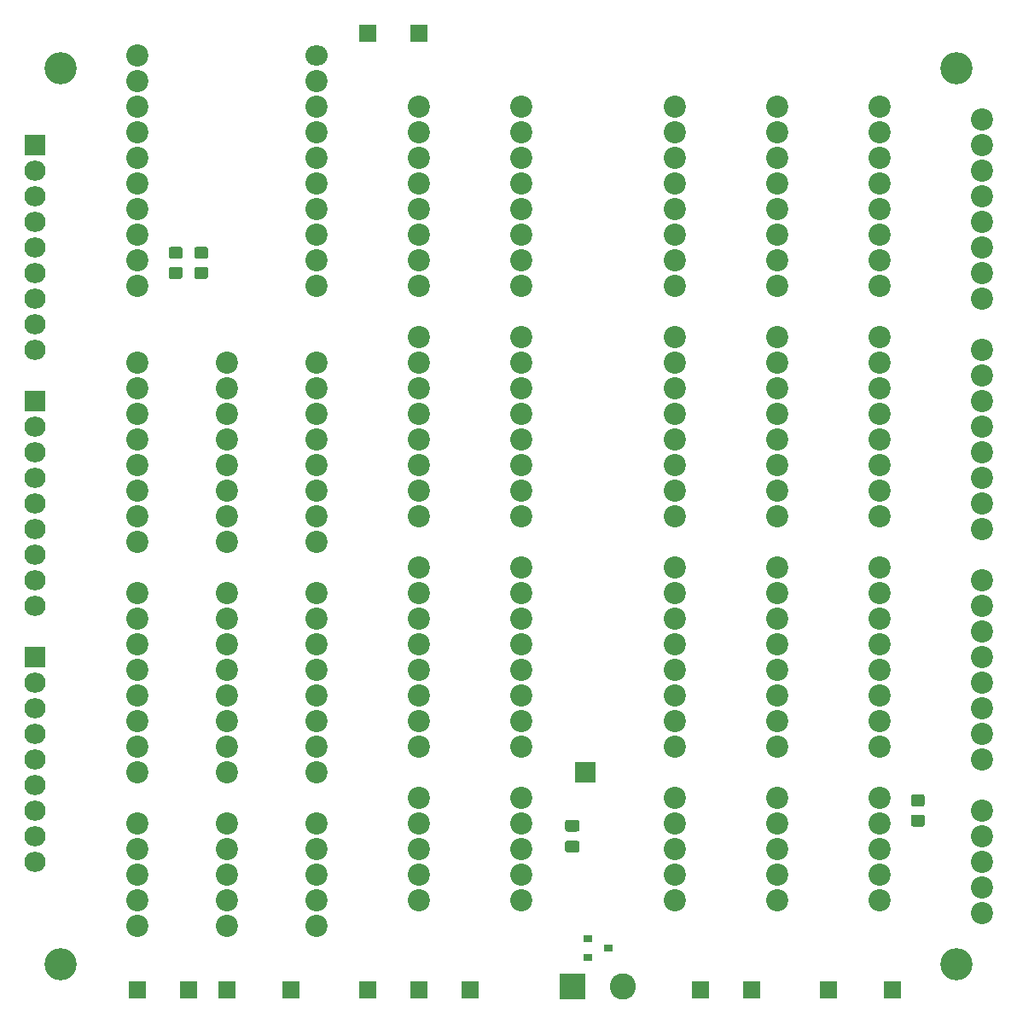
<source format=gbr>
%TF.GenerationSoftware,KiCad,Pcbnew,(5.1.8)-1*%
%TF.CreationDate,2024-07-25T00:43:58+03:00*%
%TF.ProjectId,ALU,414c552e-6b69-4636-9164-5f7063625858,rev?*%
%TF.SameCoordinates,Original*%
%TF.FileFunction,Soldermask,Bot*%
%TF.FilePolarity,Negative*%
%FSLAX46Y46*%
G04 Gerber Fmt 4.6, Leading zero omitted, Abs format (unit mm)*
G04 Created by KiCad (PCBNEW (5.1.8)-1) date 2024-07-25 00:43:58*
%MOMM*%
%LPD*%
G01*
G04 APERTURE LIST*
%ADD10C,2.200000*%
%ADD11R,1.700000X1.700000*%
%ADD12O,2.200000X2.000000*%
%ADD13R,0.900000X0.800000*%
%ADD14C,3.200000*%
%ADD15R,2.600000X2.600000*%
%ADD16C,2.600000*%
%ADD17R,2.100000X2.000000*%
%ADD18O,2.100000X2.000000*%
G04 APERTURE END LIST*
%TO.C,R3*%
G36*
G01*
X103320001Y-92310000D02*
X102419999Y-92310000D01*
G75*
G02*
X102170000Y-92060001I0J249999D01*
G01*
X102170000Y-91359999D01*
G75*
G02*
X102419999Y-91110000I249999J0D01*
G01*
X103320001Y-91110000D01*
G75*
G02*
X103570000Y-91359999I0J-249999D01*
G01*
X103570000Y-92060001D01*
G75*
G02*
X103320001Y-92310000I-249999J0D01*
G01*
G37*
G36*
G01*
X103320001Y-94310000D02*
X102419999Y-94310000D01*
G75*
G02*
X102170000Y-94060001I0J249999D01*
G01*
X102170000Y-93359999D01*
G75*
G02*
X102419999Y-93110000I249999J0D01*
G01*
X103320001Y-93110000D01*
G75*
G02*
X103570000Y-93359999I0J-249999D01*
G01*
X103570000Y-94060001D01*
G75*
G02*
X103320001Y-94310000I-249999J0D01*
G01*
G37*
%TD*%
%TO.C,R2*%
G36*
G01*
X28759999Y-38770000D02*
X29660001Y-38770000D01*
G75*
G02*
X29910000Y-39019999I0J-249999D01*
G01*
X29910000Y-39720001D01*
G75*
G02*
X29660001Y-39970000I-249999J0D01*
G01*
X28759999Y-39970000D01*
G75*
G02*
X28510000Y-39720001I0J249999D01*
G01*
X28510000Y-39019999D01*
G75*
G02*
X28759999Y-38770000I249999J0D01*
G01*
G37*
G36*
G01*
X28759999Y-36770000D02*
X29660001Y-36770000D01*
G75*
G02*
X29910000Y-37019999I0J-249999D01*
G01*
X29910000Y-37720001D01*
G75*
G02*
X29660001Y-37970000I-249999J0D01*
G01*
X28759999Y-37970000D01*
G75*
G02*
X28510000Y-37720001I0J249999D01*
G01*
X28510000Y-37019999D01*
G75*
G02*
X28759999Y-36770000I249999J0D01*
G01*
G37*
%TD*%
%TO.C,R1*%
G36*
G01*
X31299999Y-38770000D02*
X32200001Y-38770000D01*
G75*
G02*
X32450000Y-39019999I0J-249999D01*
G01*
X32450000Y-39720001D01*
G75*
G02*
X32200001Y-39970000I-249999J0D01*
G01*
X31299999Y-39970000D01*
G75*
G02*
X31050000Y-39720001I0J249999D01*
G01*
X31050000Y-39019999D01*
G75*
G02*
X31299999Y-38770000I249999J0D01*
G01*
G37*
G36*
G01*
X31299999Y-36770000D02*
X32200001Y-36770000D01*
G75*
G02*
X32450000Y-37019999I0J-249999D01*
G01*
X32450000Y-37720001D01*
G75*
G02*
X32200001Y-37970000I-249999J0D01*
G01*
X31299999Y-37970000D01*
G75*
G02*
X31050000Y-37720001I0J249999D01*
G01*
X31050000Y-37019999D01*
G75*
G02*
X31299999Y-36770000I249999J0D01*
G01*
G37*
%TD*%
D10*
%TO.C,U9*%
X25400000Y-104140000D03*
X25400000Y-101600000D03*
X25400000Y-99060000D03*
X25400000Y-96520000D03*
X25400000Y-93980000D03*
X25400000Y-88900000D03*
X25400000Y-86360000D03*
X25400000Y-83820000D03*
X25400000Y-81280000D03*
X25400000Y-78740000D03*
X25400000Y-76200000D03*
X25400000Y-73660000D03*
X25400000Y-71120000D03*
X25400000Y-66040000D03*
X25400000Y-63500000D03*
X25400000Y-60960000D03*
X25400000Y-58420000D03*
X25400000Y-55880000D03*
X25400000Y-53340000D03*
X25400000Y-50800000D03*
X25400000Y-48260000D03*
%TD*%
D11*
%TO.C,J14*%
X53340000Y-15557500D03*
%TD*%
%TO.C,J13*%
X48260000Y-15557500D03*
%TD*%
%TO.C,J12*%
X25400000Y-110490000D03*
%TD*%
D12*
%TO.C,U10*%
X43180000Y-17780000D03*
D10*
X43180000Y-20320000D03*
X43180000Y-22860000D03*
X43180000Y-25400000D03*
X43180000Y-27940000D03*
X43180000Y-30480000D03*
X43180000Y-33020000D03*
X43180000Y-35560000D03*
X43180000Y-38100000D03*
X43180000Y-40640000D03*
X25400000Y-40640000D03*
X25400000Y-38100000D03*
X25400000Y-35560000D03*
X25400000Y-33020000D03*
X25400000Y-30480000D03*
X25400000Y-27940000D03*
X25400000Y-25400000D03*
X25400000Y-22860000D03*
X25400000Y-20320000D03*
X25400000Y-17780000D03*
%TD*%
D13*
%TO.C,Q1*%
X72120000Y-106362500D03*
X70120000Y-105412500D03*
X70120000Y-107312500D03*
%TD*%
D11*
%TO.C,J11*%
X40640000Y-110490000D03*
%TD*%
D10*
%TO.C,U8*%
X43180000Y-104140000D03*
X43180000Y-101600000D03*
X43180000Y-99060000D03*
X43180000Y-96520000D03*
X43180000Y-93980000D03*
X43180000Y-88900000D03*
X43180000Y-86360000D03*
X43180000Y-83820000D03*
X43180000Y-81280000D03*
X43180000Y-78740000D03*
X43180000Y-76200000D03*
X43180000Y-73660000D03*
X43180000Y-71120000D03*
X43180000Y-66040000D03*
X43180000Y-63500000D03*
X43180000Y-60960000D03*
X43180000Y-58420000D03*
X43180000Y-55880000D03*
X43180000Y-53340000D03*
X43180000Y-50800000D03*
X43180000Y-48260000D03*
%TD*%
D11*
%TO.C,J6*%
X30480000Y-110490000D03*
%TD*%
%TO.C,J5*%
X34290000Y-110490000D03*
%TD*%
D10*
%TO.C,U5*%
X99060000Y-101600000D03*
X99060000Y-99060000D03*
X99060000Y-96520000D03*
X99060000Y-93980000D03*
X99060000Y-91440000D03*
X99060000Y-86360000D03*
X99060000Y-83820000D03*
X99060000Y-81280000D03*
X99060000Y-78740000D03*
X99060000Y-76200000D03*
X99060000Y-73660000D03*
X99060000Y-71120000D03*
X99060000Y-68580000D03*
X99060000Y-63500000D03*
X99060000Y-60960000D03*
X99060000Y-58420000D03*
X99060000Y-55880000D03*
X99060000Y-53340000D03*
X99060000Y-50800000D03*
X99060000Y-48260000D03*
X99060000Y-45720000D03*
X99060000Y-40640000D03*
X99060000Y-38100000D03*
X99060000Y-35560000D03*
X99060000Y-33020000D03*
X99060000Y-30480000D03*
X99060000Y-27940000D03*
X99060000Y-25400000D03*
X99060000Y-22860000D03*
%TD*%
D14*
%TO.C,H1*%
X106680000Y-107950000D03*
%TD*%
%TO.C,H2*%
X17780000Y-107950000D03*
%TD*%
%TO.C,H3*%
X106680000Y-19050000D03*
%TD*%
%TO.C,H4*%
X17780000Y-19050000D03*
%TD*%
D15*
%TO.C,J7*%
X68580000Y-110172500D03*
D16*
X73580000Y-110172500D03*
%TD*%
D10*
%TO.C,U1*%
X53340000Y-22860000D03*
X53340000Y-25400000D03*
X53340000Y-27940000D03*
X53340000Y-30480000D03*
X53340000Y-33020000D03*
X53340000Y-35560000D03*
X53340000Y-38100000D03*
X53340000Y-40640000D03*
X53340000Y-45720000D03*
X53340000Y-48260000D03*
X53340000Y-50800000D03*
X53340000Y-53340000D03*
X53340000Y-55880000D03*
X53340000Y-58420000D03*
X53340000Y-60960000D03*
X53340000Y-63500000D03*
X53340000Y-68580000D03*
X53340000Y-71120000D03*
X53340000Y-73660000D03*
X53340000Y-76200000D03*
X53340000Y-78740000D03*
X53340000Y-81280000D03*
X53340000Y-83820000D03*
X53340000Y-86360000D03*
X53340000Y-91440000D03*
X53340000Y-93980000D03*
X53340000Y-96520000D03*
X53340000Y-99060000D03*
X53340000Y-101600000D03*
%TD*%
%TO.C,U2*%
X63500000Y-101600000D03*
X63500000Y-99060000D03*
X63500000Y-96520000D03*
X63500000Y-93980000D03*
X63500000Y-91440000D03*
X63500000Y-86360000D03*
X63500000Y-83820000D03*
X63500000Y-81280000D03*
X63500000Y-78740000D03*
X63500000Y-76200000D03*
X63500000Y-73660000D03*
X63500000Y-71120000D03*
X63500000Y-68580000D03*
X63500000Y-63500000D03*
X63500000Y-60960000D03*
X63500000Y-58420000D03*
X63500000Y-55880000D03*
X63500000Y-53340000D03*
X63500000Y-50800000D03*
X63500000Y-48260000D03*
X63500000Y-45720000D03*
X63500000Y-40640000D03*
X63500000Y-38100000D03*
X63500000Y-35560000D03*
X63500000Y-33020000D03*
X63500000Y-30480000D03*
X63500000Y-27940000D03*
X63500000Y-25400000D03*
X63500000Y-22860000D03*
%TD*%
%TO.C,U3*%
X78740000Y-22860000D03*
X78740000Y-25400000D03*
X78740000Y-27940000D03*
X78740000Y-30480000D03*
X78740000Y-33020000D03*
X78740000Y-35560000D03*
X78740000Y-38100000D03*
X78740000Y-40640000D03*
X78740000Y-45720000D03*
X78740000Y-48260000D03*
X78740000Y-50800000D03*
X78740000Y-53340000D03*
X78740000Y-55880000D03*
X78740000Y-58420000D03*
X78740000Y-60960000D03*
X78740000Y-63500000D03*
X78740000Y-68580000D03*
X78740000Y-71120000D03*
X78740000Y-73660000D03*
X78740000Y-76200000D03*
X78740000Y-78740000D03*
X78740000Y-81280000D03*
X78740000Y-83820000D03*
X78740000Y-86360000D03*
X78740000Y-91440000D03*
X78740000Y-93980000D03*
X78740000Y-96520000D03*
X78740000Y-99060000D03*
X78740000Y-101600000D03*
%TD*%
%TO.C,U4*%
X88900000Y-22860000D03*
X88900000Y-25400000D03*
X88900000Y-27940000D03*
X88900000Y-30480000D03*
X88900000Y-33020000D03*
X88900000Y-35560000D03*
X88900000Y-38100000D03*
X88900000Y-40640000D03*
X88900000Y-45720000D03*
X88900000Y-48260000D03*
X88900000Y-50800000D03*
X88900000Y-53340000D03*
X88900000Y-55880000D03*
X88900000Y-58420000D03*
X88900000Y-60960000D03*
X88900000Y-63500000D03*
X88900000Y-68580000D03*
X88900000Y-71120000D03*
X88900000Y-73660000D03*
X88900000Y-76200000D03*
X88900000Y-78740000D03*
X88900000Y-81280000D03*
X88900000Y-83820000D03*
X88900000Y-86360000D03*
X88900000Y-91440000D03*
X88900000Y-93980000D03*
X88900000Y-96520000D03*
X88900000Y-99060000D03*
X88900000Y-101600000D03*
%TD*%
D17*
%TO.C,J4*%
X69850000Y-88900000D03*
%TD*%
D11*
%TO.C,J25*%
X100330000Y-110490000D03*
%TD*%
%TO.C,J26*%
X86360000Y-110490000D03*
%TD*%
%TO.C,J27*%
X81280000Y-110490000D03*
%TD*%
%TO.C,J28*%
X58420000Y-110490000D03*
%TD*%
%TO.C,J30*%
X53340000Y-110490000D03*
%TD*%
%TO.C,J31*%
X48260000Y-110490000D03*
%TD*%
%TO.C,J41*%
X93980000Y-110490000D03*
%TD*%
%TO.C,C1*%
G36*
G01*
X68105000Y-93625000D02*
X69055000Y-93625000D01*
G75*
G02*
X69305000Y-93875000I0J-250000D01*
G01*
X69305000Y-94550000D01*
G75*
G02*
X69055000Y-94800000I-250000J0D01*
G01*
X68105000Y-94800000D01*
G75*
G02*
X67855000Y-94550000I0J250000D01*
G01*
X67855000Y-93875000D01*
G75*
G02*
X68105000Y-93625000I250000J0D01*
G01*
G37*
G36*
G01*
X68105000Y-95700000D02*
X69055000Y-95700000D01*
G75*
G02*
X69305000Y-95950000I0J-250000D01*
G01*
X69305000Y-96625000D01*
G75*
G02*
X69055000Y-96875000I-250000J0D01*
G01*
X68105000Y-96875000D01*
G75*
G02*
X67855000Y-96625000I0J250000D01*
G01*
X67855000Y-95950000D01*
G75*
G02*
X68105000Y-95700000I250000J0D01*
G01*
G37*
%TD*%
D10*
%TO.C,U6*%
X109220000Y-102870000D03*
X109220000Y-100330000D03*
X109220000Y-97790000D03*
X109220000Y-95250000D03*
X109220000Y-92710000D03*
X109220000Y-87630000D03*
X109220000Y-85090000D03*
X109220000Y-82550000D03*
X109220000Y-80010000D03*
X109220000Y-77470000D03*
X109220000Y-74930000D03*
X109220000Y-72390000D03*
X109220000Y-69850000D03*
X109220000Y-64770000D03*
X109220000Y-62230000D03*
X109220000Y-59690000D03*
X109220000Y-57150000D03*
X109220000Y-54610000D03*
X109220000Y-52070000D03*
X109220000Y-49530000D03*
X109220000Y-46990000D03*
X109220000Y-41910000D03*
X109220000Y-39370000D03*
X109220000Y-36830000D03*
X109220000Y-34290000D03*
X109220000Y-31750000D03*
X109220000Y-29210000D03*
X109220000Y-26670000D03*
X109220000Y-24130000D03*
%TD*%
%TO.C,U7*%
X34290000Y-48260000D03*
X34290000Y-50800000D03*
X34290000Y-53340000D03*
X34290000Y-55880000D03*
X34290000Y-58420000D03*
X34290000Y-60960000D03*
X34290000Y-63500000D03*
X34290000Y-66040000D03*
X34290000Y-71120000D03*
X34290000Y-73660000D03*
X34290000Y-76200000D03*
X34290000Y-78740000D03*
X34290000Y-81280000D03*
X34290000Y-83820000D03*
X34290000Y-86360000D03*
X34290000Y-88900000D03*
X34290000Y-93980000D03*
X34290000Y-96520000D03*
X34290000Y-99060000D03*
X34290000Y-101600000D03*
X34290000Y-104140000D03*
%TD*%
D17*
%TO.C,J1*%
X15240000Y-26670000D03*
D18*
X15240000Y-29210000D03*
X15240000Y-31750000D03*
X15240000Y-34290000D03*
X15240000Y-36830000D03*
X15240000Y-39370000D03*
X15240000Y-41910000D03*
X15240000Y-44450000D03*
X15240000Y-46990000D03*
%TD*%
%TO.C,J2*%
X15240000Y-72390000D03*
X15240000Y-69850000D03*
X15240000Y-67310000D03*
X15240000Y-64770000D03*
X15240000Y-62230000D03*
X15240000Y-59690000D03*
X15240000Y-57150000D03*
X15240000Y-54610000D03*
D17*
X15240000Y-52070000D03*
%TD*%
%TO.C,J3*%
X15240000Y-77470000D03*
D18*
X15240000Y-80010000D03*
X15240000Y-82550000D03*
X15240000Y-85090000D03*
X15240000Y-87630000D03*
X15240000Y-90170000D03*
X15240000Y-92710000D03*
X15240000Y-95250000D03*
X15240000Y-97790000D03*
%TD*%
M02*

</source>
